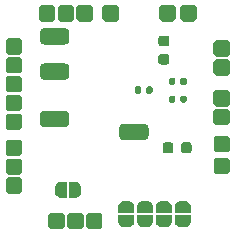
<source format=gbr>
%TF.GenerationSoftware,KiCad,Pcbnew,8.99.0-2608-ga0707285a1*%
%TF.CreationDate,2024-11-14T19:29:31-05:00*%
%TF.ProjectId,scampi,7363616d-7069-42e6-9b69-6361645f7063,rev?*%
%TF.SameCoordinates,Original*%
%TF.FileFunction,Soldermask,Bot*%
%TF.FilePolarity,Negative*%
%FSLAX46Y46*%
G04 Gerber Fmt 4.6, Leading zero omitted, Abs format (unit mm)*
G04 Created by KiCad (PCBNEW 8.99.0-2608-ga0707285a1) date 2024-11-14 19:29:31*
%MOMM*%
%LPD*%
G01*
G04 APERTURE LIST*
G04 APERTURE END LIST*
G36*
G01*
X143700000Y-104290000D02*
X143700000Y-103310000D01*
G75*
G02*
X143910000Y-103100000I210000J0D01*
G01*
X144890000Y-103100000D01*
G75*
G02*
X145100000Y-103310000I0J-210000D01*
G01*
X145100000Y-104290000D01*
G75*
G02*
X144890000Y-104500000I-210000J0D01*
G01*
X143910000Y-104500000D01*
G75*
G02*
X143700000Y-104290000I0J210000D01*
G01*
G37*
G36*
G01*
X156100000Y-91290000D02*
X156100000Y-90310000D01*
G75*
G02*
X156310000Y-90100000I210000J0D01*
G01*
X157290000Y-90100000D01*
G75*
G02*
X157500000Y-90310000I0J-210000D01*
G01*
X157500000Y-91290000D01*
G75*
G02*
X157290000Y-91500000I-210000J0D01*
G01*
X156310000Y-91500000D01*
G75*
G02*
X156100000Y-91290000I0J210000D01*
G01*
G37*
G36*
G01*
X144500000Y-86690000D02*
X144500000Y-85710000D01*
G75*
G02*
X144710000Y-85500000I210000J0D01*
G01*
X145690000Y-85500000D01*
G75*
G02*
X145900000Y-85710000I0J-210000D01*
G01*
X145900000Y-86690000D01*
G75*
G02*
X145690000Y-86900000I-210000J0D01*
G01*
X144710000Y-86900000D01*
G75*
G02*
X144500000Y-86690000I0J210000D01*
G01*
G37*
G36*
G01*
X138500000Y-92690000D02*
X138500000Y-91710000D01*
G75*
G02*
X138710000Y-91500000I210000J0D01*
G01*
X139690000Y-91500000D01*
G75*
G02*
X139900000Y-91710000I0J-210000D01*
G01*
X139900000Y-92690000D01*
G75*
G02*
X139690000Y-92900000I-210000J0D01*
G01*
X138710000Y-92900000D01*
G75*
G02*
X138500000Y-92690000I0J210000D01*
G01*
G37*
G36*
G01*
X156100000Y-93890000D02*
X156100000Y-92910000D01*
G75*
G02*
X156310000Y-92700000I210000J0D01*
G01*
X157290000Y-92700000D01*
G75*
G02*
X157500000Y-92910000I0J-210000D01*
G01*
X157500000Y-93890000D01*
G75*
G02*
X157290000Y-94100000I-210000J0D01*
G01*
X156310000Y-94100000D01*
G75*
G02*
X156100000Y-93890000I0J210000D01*
G01*
G37*
G36*
G01*
X145300000Y-104290000D02*
X145300000Y-103310000D01*
G75*
G02*
X145510000Y-103100000I210000J0D01*
G01*
X146490000Y-103100000D01*
G75*
G02*
X146700000Y-103310000I0J-210000D01*
G01*
X146700000Y-104290000D01*
G75*
G02*
X146490000Y-104500000I-210000J0D01*
G01*
X145510000Y-104500000D01*
G75*
G02*
X145300000Y-104290000I0J210000D01*
G01*
G37*
G36*
G01*
X141300000Y-86690000D02*
X141300000Y-85710000D01*
G75*
G02*
X141510000Y-85500000I210000J0D01*
G01*
X142490000Y-85500000D01*
G75*
G02*
X142700000Y-85710000I0J-210000D01*
G01*
X142700000Y-86690000D01*
G75*
G02*
X142490000Y-86900000I-210000J0D01*
G01*
X141510000Y-86900000D01*
G75*
G02*
X141300000Y-86690000I0J210000D01*
G01*
G37*
G36*
G01*
X156100000Y-89690000D02*
X156100000Y-88710000D01*
G75*
G02*
X156310000Y-88500000I210000J0D01*
G01*
X157290000Y-88500000D01*
G75*
G02*
X157500000Y-88710000I0J-210000D01*
G01*
X157500000Y-89690000D01*
G75*
G02*
X157290000Y-89900000I-210000J0D01*
G01*
X156310000Y-89900000D01*
G75*
G02*
X156100000Y-89690000I0J210000D01*
G01*
G37*
G36*
G01*
X156109832Y-99625239D02*
X156109832Y-98645239D01*
G75*
G02*
X156319832Y-98435239I210000J0D01*
G01*
X157299832Y-98435239D01*
G75*
G02*
X157509832Y-98645239I0J-210000D01*
G01*
X157509832Y-99625239D01*
G75*
G02*
X157299832Y-99835239I-210000J0D01*
G01*
X156319832Y-99835239D01*
G75*
G02*
X156109832Y-99625239I0J210000D01*
G01*
G37*
G36*
G01*
X142100000Y-104290000D02*
X142100000Y-103310000D01*
G75*
G02*
X142310000Y-103100000I210000J0D01*
G01*
X143290000Y-103100000D01*
G75*
G02*
X143500000Y-103310000I0J-210000D01*
G01*
X143500000Y-104290000D01*
G75*
G02*
X143290000Y-104500000I-210000J0D01*
G01*
X142310000Y-104500000D01*
G75*
G02*
X142100000Y-104290000I0J210000D01*
G01*
G37*
G36*
G01*
X146700000Y-86690000D02*
X146700000Y-85710000D01*
G75*
G02*
X146910000Y-85500000I210000J0D01*
G01*
X147890000Y-85500000D01*
G75*
G02*
X148100000Y-85710000I0J-210000D01*
G01*
X148100000Y-86690000D01*
G75*
G02*
X147890000Y-86900000I-210000J0D01*
G01*
X146910000Y-86900000D01*
G75*
G02*
X146700000Y-86690000I0J210000D01*
G01*
G37*
G36*
G01*
X151500000Y-86690000D02*
X151500000Y-85710000D01*
G75*
G02*
X151710000Y-85500000I210000J0D01*
G01*
X152690000Y-85500000D01*
G75*
G02*
X152900000Y-85710000I0J-210000D01*
G01*
X152900000Y-86690000D01*
G75*
G02*
X152690000Y-86900000I-210000J0D01*
G01*
X151710000Y-86900000D01*
G75*
G02*
X151500000Y-86690000I0J210000D01*
G01*
G37*
G36*
G01*
X138500000Y-95890000D02*
X138500000Y-94910000D01*
G75*
G02*
X138710000Y-94700000I210000J0D01*
G01*
X139690000Y-94700000D01*
G75*
G02*
X139900000Y-94910000I0J-210000D01*
G01*
X139900000Y-95890000D01*
G75*
G02*
X139690000Y-96100000I-210000J0D01*
G01*
X138710000Y-96100000D01*
G75*
G02*
X138500000Y-95890000I0J210000D01*
G01*
G37*
G36*
G01*
X138500000Y-101290000D02*
X138500000Y-100310000D01*
G75*
G02*
X138710000Y-100100000I210000J0D01*
G01*
X139690000Y-100100000D01*
G75*
G02*
X139900000Y-100310000I0J-210000D01*
G01*
X139900000Y-101290000D01*
G75*
G02*
X139690000Y-101500000I-210000J0D01*
G01*
X138710000Y-101500000D01*
G75*
G02*
X138500000Y-101290000I0J210000D01*
G01*
G37*
G36*
G01*
X138500000Y-89490000D02*
X138500000Y-88510000D01*
G75*
G02*
X138710000Y-88300000I210000J0D01*
G01*
X139690000Y-88300000D01*
G75*
G02*
X139900000Y-88510000I0J-210000D01*
G01*
X139900000Y-89490000D01*
G75*
G02*
X139690000Y-89700000I-210000J0D01*
G01*
X138710000Y-89700000D01*
G75*
G02*
X138500000Y-89490000I0J210000D01*
G01*
G37*
G36*
G01*
X142900000Y-86690000D02*
X142900000Y-85710000D01*
G75*
G02*
X143110000Y-85500000I210000J0D01*
G01*
X144090000Y-85500000D01*
G75*
G02*
X144300000Y-85710000I0J-210000D01*
G01*
X144300000Y-86690000D01*
G75*
G02*
X144090000Y-86900000I-210000J0D01*
G01*
X143110000Y-86900000D01*
G75*
G02*
X142900000Y-86690000I0J210000D01*
G01*
G37*
G36*
G01*
X138500000Y-94290000D02*
X138500000Y-93310000D01*
G75*
G02*
X138710000Y-93100000I210000J0D01*
G01*
X139690000Y-93100000D01*
G75*
G02*
X139900000Y-93310000I0J-210000D01*
G01*
X139900000Y-94290000D01*
G75*
G02*
X139690000Y-94500000I-210000J0D01*
G01*
X138710000Y-94500000D01*
G75*
G02*
X138500000Y-94290000I0J210000D01*
G01*
G37*
G36*
G01*
X156109832Y-97775239D02*
X156109832Y-96795239D01*
G75*
G02*
X156319832Y-96585239I210000J0D01*
G01*
X157299832Y-96585239D01*
G75*
G02*
X157509832Y-96795239I0J-210000D01*
G01*
X157509832Y-97775239D01*
G75*
G02*
X157299832Y-97985239I-210000J0D01*
G01*
X156319832Y-97985239D01*
G75*
G02*
X156109832Y-97775239I0J210000D01*
G01*
G37*
G36*
G01*
X156100000Y-95490000D02*
X156100000Y-94510000D01*
G75*
G02*
X156310000Y-94300000I210000J0D01*
G01*
X157290000Y-94300000D01*
G75*
G02*
X157500000Y-94510000I0J-210000D01*
G01*
X157500000Y-95490000D01*
G75*
G02*
X157290000Y-95700000I-210000J0D01*
G01*
X156310000Y-95700000D01*
G75*
G02*
X156100000Y-95490000I0J210000D01*
G01*
G37*
G36*
G01*
X138500000Y-91090000D02*
X138500000Y-90110000D01*
G75*
G02*
X138710000Y-89900000I210000J0D01*
G01*
X139690000Y-89900000D01*
G75*
G02*
X139900000Y-90110000I0J-210000D01*
G01*
X139900000Y-91090000D01*
G75*
G02*
X139690000Y-91300000I-210000J0D01*
G01*
X138710000Y-91300000D01*
G75*
G02*
X138500000Y-91090000I0J210000D01*
G01*
G37*
G36*
G01*
X139900000Y-98710000D02*
X139900000Y-99690000D01*
G75*
G02*
X139690000Y-99900000I-210000J0D01*
G01*
X138710000Y-99900000D01*
G75*
G02*
X138500000Y-99690000I0J210000D01*
G01*
X138500000Y-98710000D01*
G75*
G02*
X138710000Y-98500000I210000J0D01*
G01*
X139690000Y-98500000D01*
G75*
G02*
X139900000Y-98710000I0J-210000D01*
G01*
G37*
G36*
G01*
X139900000Y-97110000D02*
X139900000Y-98090000D01*
G75*
G02*
X139690000Y-98300000I-210000J0D01*
G01*
X138710000Y-98300000D01*
G75*
G02*
X138500000Y-98090000I0J210000D01*
G01*
X138500000Y-97110000D01*
G75*
G02*
X138710000Y-96900000I210000J0D01*
G01*
X139690000Y-96900000D01*
G75*
G02*
X139900000Y-97110000I0J-210000D01*
G01*
G37*
G36*
G01*
X153300000Y-86690000D02*
X153300000Y-85710000D01*
G75*
G02*
X153510000Y-85500000I210000J0D01*
G01*
X154490000Y-85500000D01*
G75*
G02*
X154700000Y-85710000I0J-210000D01*
G01*
X154700000Y-86690000D01*
G75*
G02*
X154490000Y-86900000I-210000J0D01*
G01*
X153510000Y-86900000D01*
G75*
G02*
X153300000Y-86690000I0J210000D01*
G01*
G37*
G36*
G01*
X153840000Y-93305411D02*
X153840000Y-93645411D01*
G75*
G02*
X153700000Y-93785411I-140000J0D01*
G01*
X153420000Y-93785411D01*
G75*
G02*
X153280000Y-93645411I0J140000D01*
G01*
X153280000Y-93305411D01*
G75*
G02*
X153420000Y-93165411I140000J0D01*
G01*
X153700000Y-93165411D01*
G75*
G02*
X153840000Y-93305411I0J-140000D01*
G01*
G37*
G36*
G01*
X152880000Y-93305411D02*
X152880000Y-93645411D01*
G75*
G02*
X152740000Y-93785411I-140000J0D01*
G01*
X152460000Y-93785411D01*
G75*
G02*
X152320000Y-93645411I0J140000D01*
G01*
X152320000Y-93305411D01*
G75*
G02*
X152460000Y-93165411I140000J0D01*
G01*
X152740000Y-93165411D01*
G75*
G02*
X152880000Y-93305411I0J-140000D01*
G01*
G37*
G36*
X150975000Y-103300000D02*
G01*
X150975000Y-103800000D01*
X150969911Y-103800000D01*
X150969911Y-103871157D01*
X150929816Y-104007708D01*
X150852875Y-104127430D01*
X150745320Y-104220627D01*
X150615866Y-104279746D01*
X150475000Y-104300000D01*
X150125000Y-104300000D01*
X149984134Y-104279746D01*
X149854680Y-104220627D01*
X149747125Y-104127430D01*
X149670184Y-104007708D01*
X149630089Y-103871157D01*
X149630089Y-103800000D01*
X149625000Y-103800000D01*
X149625000Y-103300000D01*
X150975000Y-103300000D01*
G37*
G36*
X149630089Y-102600000D02*
G01*
X149630089Y-102528843D01*
X149670184Y-102392292D01*
X149747125Y-102272570D01*
X149854680Y-102179373D01*
X149984134Y-102120254D01*
X150125000Y-102100000D01*
X150475000Y-102100000D01*
X150615866Y-102120254D01*
X150745320Y-102179373D01*
X150852875Y-102272570D01*
X150929816Y-102392292D01*
X150969911Y-102528843D01*
X150969911Y-102600000D01*
X150975000Y-102600000D01*
X150975000Y-103100000D01*
X149625000Y-103100000D01*
X149625000Y-102600000D01*
X149630089Y-102600000D01*
G37*
G36*
X149375000Y-103300000D02*
G01*
X149375000Y-103800000D01*
X149369911Y-103800000D01*
X149369911Y-103871157D01*
X149329816Y-104007708D01*
X149252875Y-104127430D01*
X149145320Y-104220627D01*
X149015866Y-104279746D01*
X148875000Y-104300000D01*
X148525000Y-104300000D01*
X148384134Y-104279746D01*
X148254680Y-104220627D01*
X148147125Y-104127430D01*
X148070184Y-104007708D01*
X148030089Y-103871157D01*
X148030089Y-103800000D01*
X148025000Y-103800000D01*
X148025000Y-103300000D01*
X149375000Y-103300000D01*
G37*
G36*
X148030089Y-102600000D02*
G01*
X148030089Y-102528843D01*
X148070184Y-102392292D01*
X148147125Y-102272570D01*
X148254680Y-102179373D01*
X148384134Y-102120254D01*
X148525000Y-102100000D01*
X148875000Y-102100000D01*
X149015866Y-102120254D01*
X149145320Y-102179373D01*
X149252875Y-102272570D01*
X149329816Y-102392292D01*
X149369911Y-102528843D01*
X149369911Y-102600000D01*
X149375000Y-102600000D01*
X149375000Y-103100000D01*
X148025000Y-103100000D01*
X148025000Y-102600000D01*
X148030089Y-102600000D01*
G37*
G36*
X154175000Y-103300000D02*
G01*
X154175000Y-103800000D01*
X154169911Y-103800000D01*
X154169911Y-103871157D01*
X154129816Y-104007708D01*
X154052875Y-104127430D01*
X153945320Y-104220627D01*
X153815866Y-104279746D01*
X153675000Y-104300000D01*
X153325000Y-104300000D01*
X153184134Y-104279746D01*
X153054680Y-104220627D01*
X152947125Y-104127430D01*
X152870184Y-104007708D01*
X152830089Y-103871157D01*
X152830089Y-103800000D01*
X152825000Y-103800000D01*
X152825000Y-103300000D01*
X154175000Y-103300000D01*
G37*
G36*
X152830089Y-102600000D02*
G01*
X152830089Y-102528843D01*
X152870184Y-102392292D01*
X152947125Y-102272570D01*
X153054680Y-102179373D01*
X153184134Y-102120254D01*
X153325000Y-102100000D01*
X153675000Y-102100000D01*
X153815866Y-102120254D01*
X153945320Y-102179373D01*
X154052875Y-102272570D01*
X154129816Y-102392292D01*
X154169911Y-102528843D01*
X154169911Y-102600000D01*
X154175000Y-102600000D01*
X154175000Y-103100000D01*
X152825000Y-103100000D01*
X152825000Y-102600000D01*
X152830089Y-102600000D01*
G37*
G36*
X143890000Y-100485000D02*
G01*
X144390000Y-100485000D01*
X144390000Y-100490089D01*
X144461157Y-100490089D01*
X144597708Y-100530184D01*
X144717430Y-100607125D01*
X144810627Y-100714680D01*
X144869746Y-100844134D01*
X144890000Y-100985000D01*
X144890000Y-101335000D01*
X144869746Y-101475866D01*
X144810627Y-101605320D01*
X144717430Y-101712875D01*
X144597708Y-101789816D01*
X144461157Y-101829911D01*
X144390000Y-101829911D01*
X144390000Y-101835000D01*
X143890000Y-101835000D01*
X143890000Y-100485000D01*
G37*
G36*
X143190000Y-101829911D02*
G01*
X143118843Y-101829911D01*
X142982292Y-101789816D01*
X142862570Y-101712875D01*
X142769373Y-101605320D01*
X142710254Y-101475866D01*
X142690000Y-101335000D01*
X142690000Y-100985000D01*
X142710254Y-100844134D01*
X142769373Y-100714680D01*
X142862570Y-100607125D01*
X142982292Y-100530184D01*
X143118843Y-100490089D01*
X143190000Y-100490089D01*
X143190000Y-100485000D01*
X143690000Y-100485000D01*
X143690000Y-101835000D01*
X143190000Y-101835000D01*
X143190000Y-101829911D01*
G37*
G36*
G01*
X149424518Y-92873604D02*
X149424518Y-92533604D01*
G75*
G02*
X149564518Y-92393604I140000J0D01*
G01*
X149844518Y-92393604D01*
G75*
G02*
X149984518Y-92533604I0J-140000D01*
G01*
X149984518Y-92873604D01*
G75*
G02*
X149844518Y-93013604I-140000J0D01*
G01*
X149564518Y-93013604D01*
G75*
G02*
X149424518Y-92873604I0J140000D01*
G01*
G37*
G36*
G01*
X150384518Y-92873604D02*
X150384518Y-92533604D01*
G75*
G02*
X150524518Y-92393604I140000J0D01*
G01*
X150804518Y-92393604D01*
G75*
G02*
X150944518Y-92533604I0J-140000D01*
G01*
X150944518Y-92873604D01*
G75*
G02*
X150804518Y-93013604I-140000J0D01*
G01*
X150524518Y-93013604D01*
G75*
G02*
X150384518Y-92873604I0J140000D01*
G01*
G37*
G36*
G01*
X152150000Y-90550000D02*
X151650000Y-90550000D01*
G75*
G02*
X151425000Y-90325000I0J225000D01*
G01*
X151425000Y-89875000D01*
G75*
G02*
X151650000Y-89650000I225000J0D01*
G01*
X152150000Y-89650000D01*
G75*
G02*
X152375000Y-89875000I0J-225000D01*
G01*
X152375000Y-90325000D01*
G75*
G02*
X152150000Y-90550000I-225000J0D01*
G01*
G37*
G36*
G01*
X152150000Y-89000000D02*
X151650000Y-89000000D01*
G75*
G02*
X151425000Y-88775000I0J225000D01*
G01*
X151425000Y-88325000D01*
G75*
G02*
X151650000Y-88100000I225000J0D01*
G01*
X152150000Y-88100000D01*
G75*
G02*
X152375000Y-88325000I0J-225000D01*
G01*
X152375000Y-88775000D01*
G75*
G02*
X152150000Y-89000000I-225000J0D01*
G01*
G37*
G36*
X152575000Y-103300000D02*
G01*
X152575000Y-103800000D01*
X152569911Y-103800000D01*
X152569911Y-103871157D01*
X152529816Y-104007708D01*
X152452875Y-104127430D01*
X152345320Y-104220627D01*
X152215866Y-104279746D01*
X152075000Y-104300000D01*
X151725000Y-104300000D01*
X151584134Y-104279746D01*
X151454680Y-104220627D01*
X151347125Y-104127430D01*
X151270184Y-104007708D01*
X151230089Y-103871157D01*
X151230089Y-103800000D01*
X151225000Y-103800000D01*
X151225000Y-103300000D01*
X152575000Y-103300000D01*
G37*
G36*
X151230089Y-102600000D02*
G01*
X151230089Y-102528843D01*
X151270184Y-102392292D01*
X151347125Y-102272570D01*
X151454680Y-102179373D01*
X151584134Y-102120254D01*
X151725000Y-102100000D01*
X152075000Y-102100000D01*
X152215866Y-102120254D01*
X152345320Y-102179373D01*
X152452875Y-102272570D01*
X152529816Y-102392292D01*
X152569911Y-102528843D01*
X152569911Y-102600000D01*
X152575000Y-102600000D01*
X152575000Y-103100000D01*
X151225000Y-103100000D01*
X151225000Y-102600000D01*
X151230089Y-102600000D01*
G37*
G36*
G01*
X154250000Y-97350000D02*
X154250000Y-97850000D01*
G75*
G02*
X154025000Y-98075000I-225000J0D01*
G01*
X153575000Y-98075000D01*
G75*
G02*
X153350000Y-97850000I0J225000D01*
G01*
X153350000Y-97350000D01*
G75*
G02*
X153575000Y-97125000I225000J0D01*
G01*
X154025000Y-97125000D01*
G75*
G02*
X154250000Y-97350000I0J-225000D01*
G01*
G37*
G36*
G01*
X152700000Y-97350000D02*
X152700000Y-97850000D01*
G75*
G02*
X152475000Y-98075000I-225000J0D01*
G01*
X152025000Y-98075000D01*
G75*
G02*
X151800000Y-97850000I0J225000D01*
G01*
X151800000Y-97350000D01*
G75*
G02*
X152025000Y-97125000I225000J0D01*
G01*
X152475000Y-97125000D01*
G75*
G02*
X152700000Y-97350000I0J-225000D01*
G01*
G37*
G36*
G01*
X153840000Y-91805000D02*
X153840000Y-92145000D01*
G75*
G02*
X153700000Y-92285000I-140000J0D01*
G01*
X153420000Y-92285000D01*
G75*
G02*
X153280000Y-92145000I0J140000D01*
G01*
X153280000Y-91805000D01*
G75*
G02*
X153420000Y-91665000I140000J0D01*
G01*
X153700000Y-91665000D01*
G75*
G02*
X153840000Y-91805000I0J-140000D01*
G01*
G37*
G36*
G01*
X152880000Y-91805000D02*
X152880000Y-92145000D01*
G75*
G02*
X152740000Y-92285000I-140000J0D01*
G01*
X152460000Y-92285000D01*
G75*
G02*
X152320000Y-92145000I0J140000D01*
G01*
X152320000Y-91805000D01*
G75*
G02*
X152460000Y-91665000I140000J0D01*
G01*
X152740000Y-91665000D01*
G75*
G02*
X152880000Y-91805000I0J-140000D01*
G01*
G37*
G36*
G01*
X141750000Y-90450000D02*
X143550000Y-90450000D01*
G75*
G02*
X143900000Y-90800000I0J-350000D01*
G01*
X143900000Y-91500000D01*
G75*
G02*
X143550000Y-91850000I-350000J0D01*
G01*
X141750000Y-91850000D01*
G75*
G02*
X141400000Y-91500000I0J350000D01*
G01*
X141400000Y-90800000D01*
G75*
G02*
X141750000Y-90450000I350000J0D01*
G01*
G37*
G36*
G01*
X141750000Y-87450000D02*
X143550000Y-87450000D01*
G75*
G02*
X143900000Y-87800000I0J-350000D01*
G01*
X143900000Y-88500000D01*
G75*
G02*
X143550000Y-88850000I-350000J0D01*
G01*
X141750000Y-88850000D01*
G75*
G02*
X141400000Y-88500000I0J350000D01*
G01*
X141400000Y-87800000D01*
G75*
G02*
X141750000Y-87450000I350000J0D01*
G01*
G37*
G36*
G01*
X148450000Y-95550000D02*
X150250000Y-95550000D01*
G75*
G02*
X150600000Y-95900000I0J-350000D01*
G01*
X150600000Y-96600000D01*
G75*
G02*
X150250000Y-96950000I-350000J0D01*
G01*
X148450000Y-96950000D01*
G75*
G02*
X148100000Y-96600000I0J350000D01*
G01*
X148100000Y-95900000D01*
G75*
G02*
X148450000Y-95550000I350000J0D01*
G01*
G37*
G36*
G01*
X141750000Y-94450000D02*
X143550000Y-94450000D01*
G75*
G02*
X143900000Y-94800000I0J-350000D01*
G01*
X143900000Y-95500000D01*
G75*
G02*
X143550000Y-95850000I-350000J0D01*
G01*
X141750000Y-95850000D01*
G75*
G02*
X141400000Y-95500000I0J350000D01*
G01*
X141400000Y-94800000D01*
G75*
G02*
X141750000Y-94450000I350000J0D01*
G01*
G37*
M02*

</source>
